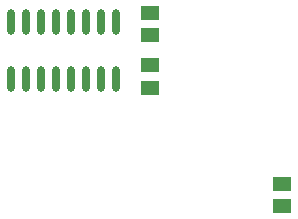
<source format=gbr>
G04*
G04 #@! TF.GenerationSoftware,Altium Limited,Altium Designer,24.3.1 (35)*
G04*
G04 Layer_Color=8421504*
%FSLAX25Y25*%
%MOIN*%
G70*
G04*
G04 #@! TF.SameCoordinates,1CC19C7B-97DE-4EE6-9EAD-702A75026B31*
G04*
G04*
G04 #@! TF.FilePolarity,Positive*
G04*
G01*
G75*
%ADD19O,0.02362X0.08661*%
%ADD20R,0.05906X0.05118*%
D19*
X199500Y197449D02*
D03*
X194500D02*
D03*
X189500D02*
D03*
X184500D02*
D03*
X179500D02*
D03*
X174500D02*
D03*
X169500D02*
D03*
X164500D02*
D03*
X199500Y178551D02*
D03*
X194500D02*
D03*
X189500D02*
D03*
X184500D02*
D03*
X179500D02*
D03*
X174500D02*
D03*
X169500D02*
D03*
X164500D02*
D03*
D20*
X211000Y183000D02*
D03*
Y175520D02*
D03*
Y193000D02*
D03*
Y200480D02*
D03*
X255000Y143500D02*
D03*
Y136020D02*
D03*
M02*

</source>
